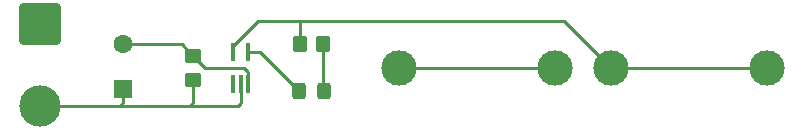
<source format=gbr>
%TF.GenerationSoftware,KiCad,Pcbnew,6.0.8-f2edbf62ab~116~ubuntu22.04.1*%
%TF.CreationDate,2022-10-15T18:03:23-07:00*%
%TF.ProjectId,syringe,73797269-6e67-4652-9e6b-696361645f70,rev?*%
%TF.SameCoordinates,Original*%
%TF.FileFunction,Copper,L1,Top*%
%TF.FilePolarity,Positive*%
%FSLAX46Y46*%
G04 Gerber Fmt 4.6, Leading zero omitted, Abs format (unit mm)*
G04 Created by KiCad (PCBNEW 6.0.8-f2edbf62ab~116~ubuntu22.04.1) date 2022-10-15 18:03:23*
%MOMM*%
%LPD*%
G01*
G04 APERTURE LIST*
G04 Aperture macros list*
%AMRoundRect*
0 Rectangle with rounded corners*
0 $1 Rounding radius*
0 $2 $3 $4 $5 $6 $7 $8 $9 X,Y pos of 4 corners*
0 Add a 4 corners polygon primitive as box body*
4,1,4,$2,$3,$4,$5,$6,$7,$8,$9,$2,$3,0*
0 Add four circle primitives for the rounded corners*
1,1,$1+$1,$2,$3*
1,1,$1+$1,$4,$5*
1,1,$1+$1,$6,$7*
1,1,$1+$1,$8,$9*
0 Add four rect primitives between the rounded corners*
20,1,$1+$1,$2,$3,$4,$5,0*
20,1,$1+$1,$4,$5,$6,$7,0*
20,1,$1+$1,$6,$7,$8,$9,0*
20,1,$1+$1,$8,$9,$2,$3,0*%
G04 Aperture macros list end*
%TA.AperFunction,ComponentPad*%
%ADD10RoundRect,0.250002X-1.499998X1.499998X-1.499998X-1.499998X1.499998X-1.499998X1.499998X1.499998X0*%
%TD*%
%TA.AperFunction,ComponentPad*%
%ADD11C,3.500000*%
%TD*%
%TA.AperFunction,SMDPad,CuDef*%
%ADD12R,0.400000X1.500000*%
%TD*%
%TA.AperFunction,SMDPad,CuDef*%
%ADD13RoundRect,0.250000X-0.350000X-0.450000X0.350000X-0.450000X0.350000X0.450000X-0.350000X0.450000X0*%
%TD*%
%TA.AperFunction,SMDPad,CuDef*%
%ADD14RoundRect,0.250000X0.450000X-0.350000X0.450000X0.350000X-0.450000X0.350000X-0.450000X-0.350000X0*%
%TD*%
%TA.AperFunction,SMDPad,CuDef*%
%ADD15RoundRect,0.250000X-0.325000X-0.450000X0.325000X-0.450000X0.325000X0.450000X-0.325000X0.450000X0*%
%TD*%
%TA.AperFunction,ComponentPad*%
%ADD16R,1.600000X1.600000*%
%TD*%
%TA.AperFunction,ComponentPad*%
%ADD17C,1.600000*%
%TD*%
%TA.AperFunction,ComponentPad*%
%ADD18C,3.000000*%
%TD*%
%TA.AperFunction,Conductor*%
%ADD19C,0.250000*%
%TD*%
G04 APERTURE END LIST*
D10*
%TO.P,J1,1,Pin_1*%
%TO.N,GND*%
X103000000Y-103250000D03*
D11*
%TO.P,J1,2,Pin_2*%
%TO.N,Net-(U1-Pad2)*%
X103000000Y-110250000D03*
%TD*%
D12*
%TO.P,U1,1*%
%TO.N,N/C*%
X119350000Y-108330000D03*
%TO.P,U1,2*%
%TO.N,Net-(U1-Pad2)*%
X120000000Y-108330000D03*
%TO.P,U1,3,GND*%
%TO.N,GND*%
X120650000Y-108330000D03*
%TO.P,U1,4*%
%TO.N,Net-(U1-Pad4)*%
X120650000Y-105670000D03*
%TO.P,U1,5,VCC*%
%TO.N,VCC*%
X119350000Y-105670000D03*
%TD*%
D13*
%TO.P,R2,1*%
%TO.N,VCC*%
X125000000Y-105000000D03*
%TO.P,R2,2*%
%TO.N,Net-(R2-Pad2)*%
X127000000Y-105000000D03*
%TD*%
D14*
%TO.P,R1,1*%
%TO.N,Net-(U1-Pad2)*%
X116000000Y-108000000D03*
%TO.P,R1,2*%
%TO.N,GND*%
X116000000Y-106000000D03*
%TD*%
D15*
%TO.P,D1,2,A*%
%TO.N,Net-(R2-Pad2)*%
X127025000Y-109000000D03*
%TO.P,D1,1,K*%
%TO.N,Net-(U1-Pad4)*%
X124975000Y-109000000D03*
%TD*%
D16*
%TO.P,C1,1*%
%TO.N,Net-(U1-Pad2)*%
X110000000Y-108802651D03*
D17*
%TO.P,C1,2*%
%TO.N,GND*%
X110000000Y-105002651D03*
%TD*%
D18*
%TO.P,BT2,1,+*%
%TO.N,Net-(BT1-Pad2)*%
X133400000Y-107000000D03*
X146600000Y-107000000D03*
%TD*%
%TO.P,BT1,1,+*%
%TO.N,VCC*%
X151400000Y-107000000D03*
X164600000Y-107000000D03*
%TD*%
D19*
%TO.N,Net-(U1-Pad2)*%
X103000000Y-110250000D02*
X109750000Y-110250000D01*
X110000000Y-108802651D02*
X110000000Y-110000000D01*
X110000000Y-110000000D02*
X109750000Y-110250000D01*
X109750000Y-110250000D02*
X115750000Y-110250000D01*
X115750000Y-110250000D02*
X119750000Y-110250000D01*
X116000000Y-108000000D02*
X116000000Y-110000000D01*
X116000000Y-110000000D02*
X115750000Y-110250000D01*
X119750000Y-110250000D02*
X120000000Y-110000000D01*
X120000000Y-110000000D02*
X120000000Y-108330000D01*
%TO.N,Net-(BT1-Pad2)*%
X146600000Y-107000000D02*
X133400000Y-107000000D01*
%TO.N,VCC*%
X151400000Y-107000000D02*
X164600000Y-107000000D01*
%TO.N,Net-(U1-Pad4)*%
X120650000Y-105670000D02*
X121645000Y-105670000D01*
X121645000Y-105670000D02*
X124975000Y-109000000D01*
%TO.N,Net-(R2-Pad2)*%
X127000000Y-105000000D02*
X127000000Y-108975000D01*
X127000000Y-108975000D02*
X127025000Y-109000000D01*
%TO.N,VCC*%
X125000000Y-105000000D02*
X125000000Y-103000000D01*
X119350000Y-105670000D02*
X119350000Y-105120000D01*
X119350000Y-105120000D02*
X121470000Y-103000000D01*
X121470000Y-103000000D02*
X147400000Y-103000000D01*
X147400000Y-103000000D02*
X151400000Y-107000000D01*
%TO.N,GND*%
X120650000Y-108330000D02*
X120650000Y-107330000D01*
X120650000Y-107330000D02*
X120320000Y-107000000D01*
X120320000Y-107000000D02*
X117000000Y-107000000D01*
X117000000Y-107000000D02*
X116000000Y-106000000D01*
X110000000Y-105002651D02*
X115002651Y-105002651D01*
X115002651Y-105002651D02*
X116000000Y-106000000D01*
%TD*%
M02*

</source>
